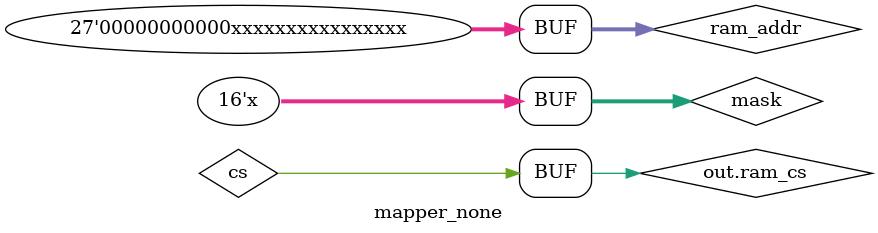
<source format=sv>

module mapper_none (
    cpu_bus_if.device_mp    cpu_bus,       // Interface for CPU communication
    block_info              block_info,    // Struct containing mapper configuration and parameters
    mapper_out              out
);
    wire cs = (block_info.typ == MAPPER_NONE) && cpu_bus.mreq && block_info.rom_size <= 25'h1000 && (cpu_bus.rd || cpu_bus.wr);
    
    wire [15:0] mask = block_info.rom_size[15:0] - 1'd1;
    
    wire [26:0] ram_addr  = {11'b0, (cpu_bus.addr[15:0] & mask)};

    assign out.ram_cs = cs;  // RAM chip select signal
    assign out.addr   = cs ? ram_addr : {27{1'b1}};
    assign out.rnw    = ~(cs && cpu_bus.wr);

endmodule

</source>
